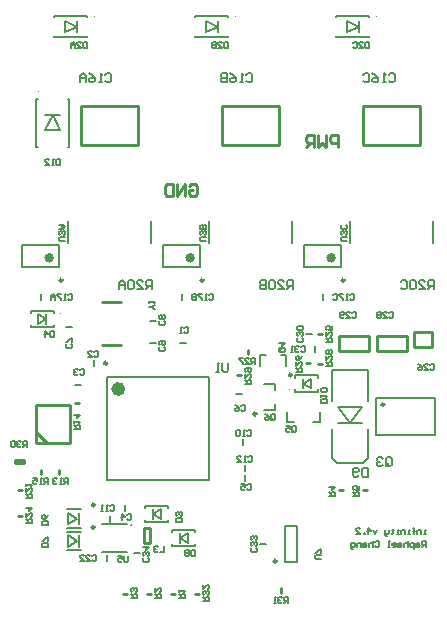
<source format=gbo>
G04 Layer_Color=48896*
%FSAX25Y25*%
%MOIN*%
G70*
G01*
G75*
%ADD40C,0.01000*%
%ADD79C,0.00787*%
%ADD80C,0.00984*%
%ADD81C,0.00500*%
%ADD82C,0.00394*%
%ADD83C,0.00800*%
%ADD142C,0.01575*%
%ADD143C,0.02362*%
D40*
X0572699Y0232500D02*
Y0237500D01*
X0574699Y0232500D02*
Y0237500D01*
X0572699D02*
X0574699D01*
X0572699Y0232500D02*
X0574699D01*
X0589412Y0215500D02*
X0590986D01*
X0538199Y0255213D02*
Y0256787D01*
X0549412Y0279000D02*
X0550986D01*
X0544199Y0255213D02*
Y0256787D01*
X0530412Y0250000D02*
X0531987D01*
X0536727Y0265671D02*
Y0278269D01*
X0547751Y0265671D02*
Y0278269D01*
X0536727D02*
X0547751D01*
X0536727Y0265671D02*
X0547751D01*
X0536727Y0269214D02*
Y0270002D01*
Y0269214D02*
X0540271Y0265671D01*
X0637412Y0250000D02*
X0638986D01*
X0645412D02*
X0646986D01*
X0645699Y0365000D02*
X0664699D01*
X0645699Y0378000D02*
X0664699D01*
X0645699Y0365000D02*
Y0378000D01*
X0664699Y0365000D02*
Y0378000D01*
X0630412Y0291974D02*
X0631987D01*
X0630412Y0301974D02*
X0631987D01*
X0647699Y0296500D02*
Y0301500D01*
X0637699Y0296500D02*
Y0301500D01*
X0647699D01*
X0637699Y0296500D02*
X0647699D01*
X0660199D02*
Y0301500D01*
X0650199Y0296500D02*
Y0301500D01*
X0660199D01*
X0650199Y0296500D02*
X0660199D01*
X0662699Y0297799D02*
X0668699D01*
X0662699Y0302799D02*
X0668699D01*
X0662699Y0297799D02*
Y0302799D01*
X0668699Y0297799D02*
Y0302799D01*
X0626412Y0292272D02*
X0627986D01*
X0603412Y0288500D02*
X0604986D01*
X0607199Y0295213D02*
Y0296787D01*
X0598699Y0365000D02*
X0617699D01*
X0598699Y0378000D02*
X0617699D01*
X0598699Y0365000D02*
Y0378000D01*
X0617699Y0365000D02*
Y0378000D01*
X0551699Y0365000D02*
X0570699D01*
X0551699Y0378000D02*
X0570699D01*
X0551699Y0365000D02*
Y0378000D01*
X0570699Y0365000D02*
Y0378000D01*
X0558649Y0298250D02*
X0564749D01*
X0558649Y0312750D02*
X0564749D01*
X0618199Y0215713D02*
Y0217287D01*
X0530412Y0241500D02*
X0531987D01*
X0532699Y0258984D02*
Y0259984D01*
X0529526Y0258984D02*
Y0259984D01*
X0532699D01*
X0529526Y0258984D02*
X0532699D01*
X0581412Y0215500D02*
X0582986D01*
X0573412D02*
X0574987D01*
X0565412D02*
X0566987D01*
X0587533Y0351332D02*
X0588200Y0351999D01*
X0589533D01*
X0590199Y0351332D01*
Y0348666D01*
X0589533Y0348000D01*
X0588200D01*
X0587533Y0348666D01*
Y0349999D01*
X0588866D01*
X0586200Y0348000D02*
Y0351999D01*
X0583535Y0348000D01*
Y0351999D01*
X0582202D02*
Y0348000D01*
X0580202D01*
X0579536Y0348666D01*
Y0351332D01*
X0580202Y0351999D01*
X0582202D01*
X0637199Y0364500D02*
Y0368499D01*
X0635200D01*
X0634533Y0367832D01*
Y0366499D01*
X0635200Y0365833D01*
X0637199D01*
X0633200Y0368499D02*
Y0364500D01*
X0631868Y0365833D01*
X0630535Y0364500D01*
Y0368499D01*
X0629202Y0364500D02*
Y0368499D01*
X0627202D01*
X0626536Y0367832D01*
Y0366499D01*
X0627202Y0365833D01*
X0629202D01*
X0627869D02*
X0626536Y0364500D01*
D79*
X0568408Y0238331D02*
G03*
X0568408Y0238331I-0000197J0000000D01*
G01*
X0547221Y0332457D02*
Y0339543D01*
X0574780Y0332457D02*
Y0339543D01*
X0635097Y0289961D02*
X0647301D01*
X0645530Y0258858D02*
X0647301Y0260630D01*
X0635097D02*
X0636868Y0258858D01*
X0645530D01*
X0647301Y0279724D02*
Y0289961D01*
X0635097Y0279724D02*
Y0289961D01*
Y0260630D02*
Y0270276D01*
X0647301Y0260630D02*
Y0270276D01*
X0637262Y0277756D02*
X0645136D01*
X0637262D02*
X0641199Y0272244D01*
X0645136Y0277756D01*
X0637262Y0272244D02*
X0645136D01*
X0575518Y0242000D02*
X0578274Y0240425D01*
X0575518Y0242000D02*
X0578274Y0243575D01*
X0575518Y0240425D02*
Y0243575D01*
X0578274Y0240425D02*
Y0243575D01*
X0580439Y0243969D02*
Y0244756D01*
X0572959Y0243969D02*
Y0244756D01*
X0580439Y0239244D02*
Y0240032D01*
X0572959Y0239244D02*
Y0240032D01*
Y0244756D02*
X0580439D01*
X0572959Y0239244D02*
X0580439D01*
X0669542Y0268201D02*
Y0280799D01*
X0649857Y0268201D02*
Y0280799D01*
Y0268201D02*
X0669542D01*
X0649857Y0280799D02*
X0669542D01*
X0612636Y0276669D02*
X0616179D01*
Y0278539D01*
X0612636Y0285331D02*
X0616179D01*
Y0283461D02*
Y0285331D01*
X0611368Y0294980D02*
X0613238D01*
X0611368Y0291437D02*
Y0294980D01*
X0618160D02*
X0620030D01*
Y0291437D02*
Y0294980D01*
X0536699Y0364504D02*
Y0380504D01*
X0547699Y0364504D02*
Y0380504D01*
X0547199D02*
X0547699D01*
X0547199Y0364504D02*
X0547699D01*
X0536699Y0380504D02*
X0537199D01*
X0536699Y0364504D02*
X0537199D01*
X0539699Y0375004D02*
X0544699D01*
X0539699Y0370004D02*
X0542199Y0375004D01*
X0539699Y0370004D02*
X0544699D01*
X0542199Y0375004D02*
X0544699Y0370004D01*
X0640231Y0406468D02*
X0644168Y0404500D01*
X0640231Y0402531D02*
X0644168Y0404500D01*
X0640231Y0402531D02*
Y0406468D01*
X0644168Y0402531D02*
Y0406468D01*
X0636687Y0408043D02*
X0647711D01*
X0636687Y0400957D02*
X0647711D01*
Y0401350D01*
X0636687Y0400957D02*
Y0401350D01*
Y0407650D02*
Y0408043D01*
X0647711Y0407650D02*
Y0408043D01*
X0593231Y0406468D02*
X0597168Y0404500D01*
X0593231Y0402531D02*
X0597168Y0404500D01*
X0593231Y0402531D02*
Y0406468D01*
X0597168Y0402531D02*
Y0406468D01*
X0589687Y0408043D02*
X0600711D01*
X0589687Y0400957D02*
X0600711D01*
Y0401350D01*
X0589687Y0400957D02*
Y0401350D01*
Y0407650D02*
Y0408043D01*
X0600711Y0407650D02*
Y0408043D01*
X0546231Y0406468D02*
X0550168Y0404500D01*
X0546231Y0402531D02*
X0550168Y0404500D01*
X0546231Y0402531D02*
Y0406468D01*
X0550168Y0402531D02*
Y0406468D01*
X0542687Y0408043D02*
X0553711D01*
X0542687Y0400957D02*
X0553711D01*
Y0401350D01*
X0542687Y0400957D02*
Y0401350D01*
Y0407650D02*
Y0408043D01*
X0553711Y0407650D02*
Y0408043D01*
X0578898Y0324260D02*
X0591102D01*
X0578898Y0331740D02*
X0591102D01*
Y0324260D02*
Y0331740D01*
X0578898Y0324260D02*
Y0331740D01*
X0531898Y0324260D02*
X0544102D01*
X0531898Y0331740D02*
X0544102D01*
Y0324260D02*
Y0331740D01*
X0531898Y0324260D02*
Y0331740D01*
X0621779Y0332457D02*
Y0339543D01*
X0594220Y0332457D02*
Y0339543D01*
X0641221Y0332457D02*
Y0339543D01*
X0668780Y0332457D02*
Y0339543D01*
X0625898Y0324260D02*
X0638102D01*
X0625898Y0331740D02*
X0638102D01*
Y0324260D02*
Y0331740D01*
X0625898Y0324260D02*
Y0331740D01*
X0623668Y0226095D02*
Y0237906D01*
X0619731Y0226095D02*
Y0237906D01*
X0623668D01*
X0619731Y0226095D02*
X0623668D01*
X0560073Y0287626D02*
X0594325D01*
X0560073Y0253374D02*
X0594325D01*
X0560073D02*
Y0287626D01*
X0594325Y0253374D02*
Y0287626D01*
X0546837Y0237350D02*
X0551561D01*
X0546837Y0243650D02*
X0551561D01*
X0550774Y0238531D02*
Y0242469D01*
X0547231D02*
X0550380Y0240500D01*
X0547231Y0238531D02*
X0550380Y0240500D01*
X0547231Y0238531D02*
Y0242469D01*
Y0231031D02*
Y0234968D01*
Y0231031D02*
X0550380Y0233000D01*
X0547231Y0234968D02*
X0550380Y0233000D01*
X0550774Y0231031D02*
Y0234968D01*
X0546837Y0236150D02*
X0551561D01*
X0546837Y0229850D02*
X0551561D01*
X0534959Y0309756D02*
X0542439D01*
X0534959Y0304244D02*
X0542439D01*
Y0308968D02*
Y0309756D01*
X0534959Y0308968D02*
Y0309756D01*
X0542439Y0304244D02*
Y0305031D01*
X0534959Y0304244D02*
Y0305031D01*
X0537124Y0305425D02*
Y0308575D01*
X0539880Y0305425D02*
Y0308575D01*
X0537124Y0305425D02*
X0539880Y0307000D01*
X0537124Y0308575D02*
X0539880Y0307000D01*
X0625518Y0285500D02*
X0628274Y0283925D01*
X0625518Y0285500D02*
X0628274Y0287075D01*
X0625518Y0283925D02*
Y0287075D01*
X0628274Y0283925D02*
Y0287075D01*
X0630439Y0287469D02*
Y0288256D01*
X0622959Y0287469D02*
Y0288256D01*
X0630439Y0282744D02*
Y0283531D01*
X0622959Y0282744D02*
Y0283531D01*
Y0288256D02*
X0630439D01*
X0622959Y0282744D02*
X0630439D01*
X0581959Y0231244D02*
X0589439D01*
X0581959Y0236756D02*
X0589439D01*
X0581959Y0231244D02*
Y0232031D01*
X0589439Y0231244D02*
Y0232031D01*
X0581959Y0235968D02*
Y0236756D01*
X0589439Y0235968D02*
Y0236756D01*
X0587274Y0232425D02*
Y0235575D01*
X0584518Y0232425D02*
Y0235575D01*
Y0234000D02*
X0587274Y0235575D01*
X0584518Y0234000D02*
X0587274Y0232425D01*
X0565849Y0229276D02*
X0566833D01*
X0558565D02*
X0565849D01*
X0558565Y0238724D02*
X0559550D01*
X0566833D01*
D80*
X0652691Y0278500D02*
G03*
X0652691Y0278500I-0000492J0000000D01*
G01*
X0610038Y0275390D02*
G03*
X0610038Y0275390I-0000492J0000000D01*
G01*
X0621802Y0288347D02*
G03*
X0621802Y0288347I-0000492J0000000D01*
G01*
X0592382Y0319929D02*
G03*
X0592382Y0319929I-0000492J0000000D01*
G01*
X0545382D02*
G03*
X0545382Y0319929I-0000492J0000000D01*
G01*
X0639382D02*
G03*
X0639382Y0319929I-0000492J0000000D01*
G01*
X0616778Y0226291D02*
G03*
X0616778Y0226291I-0000492J0000000D01*
G01*
X0560270Y0292252D02*
G03*
X0560270Y0292252I-0000492J0000000D01*
G01*
X0556128Y0245067D02*
G03*
X0556128Y0245067I-0000492J0000000D01*
G01*
Y0237567D02*
G03*
X0556128Y0237567I-0000492J0000000D01*
G01*
D81*
X0569199Y0229000D02*
X0571199D01*
X0584699Y0299075D02*
X0586699D01*
X0574699Y0299000D02*
X0576699D01*
X0626699Y0301975D02*
X0628699D01*
X0629699Y0295974D02*
Y0297974D01*
X0605699Y0265000D02*
Y0267000D01*
X0611199Y0232000D02*
X0613199D01*
X0603199Y0282074D02*
X0605199D01*
X0606199Y0253000D02*
Y0255000D01*
X0561200Y0239500D02*
Y0241500D01*
X0549699Y0285075D02*
X0551699D01*
X0556050Y0291500D02*
Y0293500D01*
X0574699Y0306500D02*
X0576699D01*
X0546699Y0304500D02*
X0548699D01*
X0538200Y0313500D02*
Y0315500D01*
X0566199Y0243000D02*
Y0245000D01*
X0606199Y0256500D02*
Y0258500D01*
X0585199Y0313500D02*
Y0315500D01*
X0632199Y0313500D02*
Y0315500D01*
X0560199Y0226500D02*
Y0228500D01*
X0666699Y0235432D02*
X0666033D01*
X0666366D01*
Y0236765D01*
X0666699D01*
X0665033Y0235432D02*
Y0236765D01*
X0664033D01*
X0663700Y0236432D01*
Y0235432D01*
X0662700D02*
Y0237098D01*
Y0236432D01*
X0663034D01*
X0662367D01*
X0662700D01*
Y0237098D01*
X0662367Y0237432D01*
X0661368Y0235432D02*
X0660701D01*
X0661034D01*
Y0236765D01*
X0661368D01*
X0659701Y0235432D02*
Y0236765D01*
X0658702D01*
X0658368Y0236432D01*
Y0235432D01*
X0657702D02*
X0657036D01*
X0657369D01*
Y0236765D01*
X0657702D01*
X0655703Y0237098D02*
Y0236765D01*
X0656036D01*
X0655369D01*
X0655703D01*
Y0235765D01*
X0655369Y0235432D01*
X0654370Y0236765D02*
Y0235765D01*
X0654037Y0235432D01*
X0653037D01*
Y0235099D01*
X0653370Y0234766D01*
X0653703D01*
X0653037Y0235432D02*
Y0236765D01*
X0650371D02*
X0649705Y0235432D01*
X0649038Y0236765D01*
X0647372Y0235432D02*
Y0237432D01*
X0648372Y0236432D01*
X0647039D01*
X0646372Y0235432D02*
Y0235765D01*
X0646039D01*
Y0235432D01*
X0646372D01*
X0643373D02*
X0644706D01*
X0643373Y0236765D01*
Y0237098D01*
X0643707Y0237432D01*
X0644373D01*
X0644706Y0237098D01*
X0666699Y0231166D02*
Y0233166D01*
X0665699D01*
X0665366Y0232833D01*
Y0232166D01*
X0665699Y0231833D01*
X0666699D01*
X0666033D02*
X0665366Y0231166D01*
X0664366Y0232499D02*
X0663700D01*
X0663367Y0232166D01*
Y0231166D01*
X0664366D01*
X0664700Y0231500D01*
X0664366Y0231833D01*
X0663367D01*
X0662700Y0230500D02*
Y0232499D01*
X0661701D01*
X0661368Y0232166D01*
Y0231500D01*
X0661701Y0231166D01*
X0662700D01*
X0660701Y0233166D02*
Y0231166D01*
Y0232166D01*
X0660368Y0232499D01*
X0659701D01*
X0659368Y0232166D01*
Y0231166D01*
X0658368Y0232499D02*
X0657702D01*
X0657369Y0232166D01*
Y0231166D01*
X0658368D01*
X0658702Y0231500D01*
X0658368Y0231833D01*
X0657369D01*
X0655703Y0231166D02*
X0656369D01*
X0656702Y0231500D01*
Y0232166D01*
X0656369Y0232499D01*
X0655703D01*
X0655370Y0232166D01*
Y0231833D01*
X0656702D01*
X0654703Y0231166D02*
X0654037D01*
X0654370D01*
Y0233166D01*
X0654703D01*
X0649705Y0232833D02*
X0650038Y0233166D01*
X0650704D01*
X0651038Y0232833D01*
Y0231500D01*
X0650704Y0231166D01*
X0650038D01*
X0649705Y0231500D01*
X0649038Y0233166D02*
Y0231166D01*
Y0232166D01*
X0648705Y0232499D01*
X0648038D01*
X0647705Y0232166D01*
Y0231166D01*
X0646706Y0232499D02*
X0646039D01*
X0645706Y0232166D01*
Y0231166D01*
X0646706D01*
X0647039Y0231500D01*
X0646706Y0231833D01*
X0645706D01*
X0645040Y0231166D02*
Y0232499D01*
X0644040D01*
X0643707Y0232166D01*
Y0231166D01*
X0642374Y0230500D02*
X0642040D01*
X0641707Y0230833D01*
Y0232499D01*
X0642707D01*
X0643040Y0232166D01*
Y0231500D01*
X0642707Y0231166D01*
X0641707D01*
X0568199Y0214000D02*
X0570198D01*
Y0215000D01*
X0569865Y0215333D01*
X0569199D01*
X0568866Y0215000D01*
Y0214000D01*
Y0214666D02*
X0568199Y0215333D01*
X0569865Y0215999D02*
X0570198Y0216333D01*
Y0216999D01*
X0569865Y0217332D01*
X0569532D01*
X0569199Y0216999D01*
Y0216666D01*
Y0216999D01*
X0568866Y0217332D01*
X0568532D01*
X0568199Y0216999D01*
Y0216333D01*
X0568532Y0215999D01*
X0576199Y0214000D02*
X0578198D01*
Y0215000D01*
X0577865Y0215333D01*
X0577199D01*
X0576866Y0215000D01*
Y0214000D01*
Y0214666D02*
X0576199Y0215333D01*
Y0217332D02*
Y0215999D01*
X0577532Y0217332D01*
X0577865D01*
X0578198Y0216999D01*
Y0216333D01*
X0577865Y0215999D01*
X0584199Y0214000D02*
X0586199D01*
Y0215000D01*
X0585865Y0215333D01*
X0585199D01*
X0584866Y0215000D01*
Y0214000D01*
Y0214666D02*
X0584199Y0215333D01*
Y0215999D02*
Y0216666D01*
Y0216333D01*
X0586199D01*
X0585865Y0215999D01*
X0567199Y0227999D02*
Y0226333D01*
X0566866Y0226000D01*
X0566199D01*
X0565866Y0226333D01*
Y0227999D01*
X0563867D02*
X0565200D01*
Y0227000D01*
X0564533Y0227333D01*
X0564200D01*
X0563867Y0227000D01*
Y0226333D01*
X0564200Y0226000D01*
X0564866D01*
X0565200Y0226333D01*
X0589699Y0229999D02*
Y0228000D01*
X0588699D01*
X0588366Y0228333D01*
Y0229666D01*
X0588699Y0229999D01*
X0589699D01*
X0587700Y0229666D02*
X0587366Y0229999D01*
X0586700D01*
X0586367Y0229666D01*
Y0229333D01*
X0586700Y0229000D01*
X0586367Y0228666D01*
Y0228333D01*
X0586700Y0228000D01*
X0587366D01*
X0587700Y0228333D01*
Y0228666D01*
X0587366Y0229000D01*
X0587700Y0229333D01*
Y0229666D01*
X0587366Y0229000D02*
X0586700D01*
X0555366Y0228166D02*
X0555699Y0228499D01*
X0556366D01*
X0556699Y0228166D01*
Y0226833D01*
X0556366Y0226500D01*
X0555699D01*
X0555366Y0226833D01*
X0553367Y0226500D02*
X0554700D01*
X0553367Y0227833D01*
Y0228166D01*
X0553700Y0228499D01*
X0554366D01*
X0554700Y0228166D01*
X0551368Y0226500D02*
X0552700D01*
X0551368Y0227833D01*
Y0228166D01*
X0551701Y0228499D01*
X0552367D01*
X0552700Y0228166D01*
X0533699Y0264484D02*
Y0266484D01*
X0532699D01*
X0532366Y0266150D01*
Y0265484D01*
X0532699Y0265151D01*
X0533699D01*
X0533033D02*
X0532366Y0264484D01*
X0531700Y0266150D02*
X0531366Y0266484D01*
X0530700D01*
X0530367Y0266150D01*
Y0265817D01*
X0530700Y0265484D01*
X0531033D01*
X0530700D01*
X0530367Y0265151D01*
Y0264818D01*
X0530700Y0264484D01*
X0531366D01*
X0531700Y0264818D01*
X0529700Y0266150D02*
X0529367Y0266484D01*
X0528701D01*
X0528368Y0266150D01*
Y0264818D01*
X0528701Y0264484D01*
X0529367D01*
X0529700Y0264818D01*
Y0266150D01*
X0533199Y0239000D02*
X0535198D01*
Y0240000D01*
X0534865Y0240333D01*
X0534199D01*
X0533866Y0240000D01*
Y0239000D01*
Y0239666D02*
X0533199Y0240333D01*
Y0242332D02*
Y0240999D01*
X0534532Y0242332D01*
X0534865D01*
X0535198Y0241999D01*
Y0241333D01*
X0534865Y0240999D01*
X0533199Y0243998D02*
X0535198D01*
X0534199Y0242999D01*
Y0244332D01*
X0633698Y0279000D02*
X0631699D01*
Y0280000D01*
X0632032Y0280333D01*
X0633365D01*
X0633698Y0280000D01*
Y0279000D01*
X0631699Y0280999D02*
Y0281666D01*
Y0281333D01*
X0633698D01*
X0633365Y0280999D01*
Y0282665D02*
X0633698Y0282999D01*
Y0283665D01*
X0633365Y0283998D01*
X0632032D01*
X0631699Y0283665D01*
Y0282999D01*
X0632032Y0282665D01*
X0633365D01*
X0542699Y0302999D02*
Y0301000D01*
X0541699D01*
X0541366Y0301333D01*
Y0302666D01*
X0541699Y0302999D01*
X0542699D01*
X0539700Y0301000D02*
Y0302999D01*
X0540700Y0302000D01*
X0539367D01*
X0540698Y0231000D02*
X0538699D01*
Y0232000D01*
X0539032Y0232333D01*
X0540365D01*
X0540698Y0232000D01*
Y0231000D01*
Y0232999D02*
Y0234332D01*
X0540365D01*
X0539032Y0232999D01*
X0538699D01*
X0540698Y0238500D02*
X0538699D01*
Y0239500D01*
X0539032Y0239833D01*
X0540365D01*
X0540698Y0239500D01*
Y0238500D01*
Y0241832D02*
X0540365Y0241166D01*
X0539699Y0240499D01*
X0539032D01*
X0538699Y0240833D01*
Y0241499D01*
X0539032Y0241832D01*
X0539365D01*
X0539699Y0241499D01*
Y0240499D01*
X0600699Y0292499D02*
Y0290000D01*
X0600199Y0289500D01*
X0599200D01*
X0598700Y0290000D01*
Y0292499D01*
X0597700Y0289500D02*
X0596700D01*
X0597200D01*
Y0292499D01*
X0597700Y0291999D01*
X0620699Y0212500D02*
Y0214499D01*
X0619699D01*
X0619366Y0214166D01*
Y0213500D01*
X0619699Y0213166D01*
X0620699D01*
X0620033D02*
X0619366Y0212500D01*
X0618700Y0214166D02*
X0618366Y0214499D01*
X0617700D01*
X0617367Y0214166D01*
Y0213833D01*
X0617700Y0213500D01*
X0618033D01*
X0617700D01*
X0617367Y0213166D01*
Y0212833D01*
X0617700Y0212500D01*
X0618366D01*
X0618700Y0212833D01*
X0616700Y0212500D02*
X0616034D01*
X0616367D01*
Y0214499D01*
X0616700Y0214166D01*
X0576198Y0310500D02*
X0575865D01*
X0575199Y0311166D01*
X0575865Y0311833D01*
X0576198D01*
X0575199Y0311166D02*
X0574199D01*
Y0312499D02*
Y0313166D01*
Y0312833D01*
X0576198D01*
X0575865Y0312499D01*
X0631698Y0227000D02*
X0630032D01*
X0629699Y0227333D01*
Y0228000D01*
X0630032Y0228333D01*
X0631698D01*
Y0228999D02*
Y0230332D01*
X0631365D01*
X0630032Y0228999D01*
X0629699D01*
X0640199Y0333000D02*
X0638532D01*
X0638199Y0333333D01*
Y0334000D01*
X0638532Y0334333D01*
X0640199D01*
X0639865Y0334999D02*
X0640199Y0335333D01*
Y0335999D01*
X0639865Y0336332D01*
X0639532D01*
X0639199Y0335999D01*
Y0335666D01*
Y0335999D01*
X0638866Y0336332D01*
X0638532D01*
X0638199Y0335999D01*
Y0335333D01*
X0638532Y0334999D01*
X0639865Y0338332D02*
X0640199Y0337998D01*
Y0337332D01*
X0639865Y0336999D01*
X0638532D01*
X0638199Y0337332D01*
Y0337998D01*
X0638532Y0338332D01*
X0641366Y0315166D02*
X0641699Y0315499D01*
X0642366D01*
X0642699Y0315166D01*
Y0313833D01*
X0642366Y0313500D01*
X0641699D01*
X0641366Y0313833D01*
X0640700Y0313500D02*
X0640033D01*
X0640367D01*
Y0315499D01*
X0640700Y0315166D01*
X0639034Y0315499D02*
X0637701D01*
Y0315166D01*
X0639034Y0313833D01*
Y0313500D01*
X0635701Y0315166D02*
X0636035Y0315499D01*
X0636701D01*
X0637034Y0315166D01*
Y0313833D01*
X0636701Y0313500D01*
X0636035D01*
X0635701Y0313833D01*
X0594366Y0315166D02*
X0594699Y0315499D01*
X0595366D01*
X0595699Y0315166D01*
Y0313833D01*
X0595366Y0313500D01*
X0594699D01*
X0594366Y0313833D01*
X0593700Y0313500D02*
X0593033D01*
X0593366D01*
Y0315499D01*
X0593700Y0315166D01*
X0592034Y0315499D02*
X0590701D01*
Y0315166D01*
X0592034Y0313833D01*
Y0313500D01*
X0590034Y0315499D02*
Y0313500D01*
X0589035D01*
X0588701Y0313833D01*
Y0314166D01*
X0589035Y0314500D01*
X0590034D01*
X0589035D01*
X0588701Y0314833D01*
Y0315166D01*
X0589035Y0315499D01*
X0590034D01*
X0607366Y0261166D02*
X0607699Y0261499D01*
X0608366D01*
X0608699Y0261166D01*
Y0259833D01*
X0608366Y0259500D01*
X0607699D01*
X0607366Y0259833D01*
X0606700Y0259500D02*
X0606033D01*
X0606366D01*
Y0261499D01*
X0606700Y0261166D01*
X0603701Y0259500D02*
X0605034D01*
X0603701Y0260833D01*
Y0261166D01*
X0604034Y0261499D01*
X0604700D01*
X0605034Y0261166D01*
X0561366Y0244666D02*
X0561699Y0244999D01*
X0562366D01*
X0562699Y0244666D01*
Y0243333D01*
X0562366Y0243000D01*
X0561699D01*
X0561366Y0243333D01*
X0560700Y0243000D02*
X0560033D01*
X0560366D01*
Y0244999D01*
X0560700Y0244666D01*
X0559034Y0243000D02*
X0558367D01*
X0558700D01*
Y0244999D01*
X0559034Y0244666D01*
X0669199Y0317000D02*
Y0319999D01*
X0667700D01*
X0667200Y0319499D01*
Y0318499D01*
X0667700Y0318000D01*
X0669199D01*
X0668199D02*
X0667200Y0317000D01*
X0664201D02*
X0666200D01*
X0664201Y0318999D01*
Y0319499D01*
X0664701Y0319999D01*
X0665700D01*
X0666200Y0319499D01*
X0663201D02*
X0662701Y0319999D01*
X0661701D01*
X0661202Y0319499D01*
Y0317500D01*
X0661701Y0317000D01*
X0662701D01*
X0663201Y0317500D01*
Y0319499D01*
X0658203D02*
X0658703Y0319999D01*
X0659702D01*
X0660202Y0319499D01*
Y0317500D01*
X0659702Y0317000D01*
X0658703D01*
X0658203Y0317500D01*
X0622199Y0317000D02*
Y0319999D01*
X0620700D01*
X0620200Y0319499D01*
Y0318499D01*
X0620700Y0318000D01*
X0622199D01*
X0621199D02*
X0620200Y0317000D01*
X0617201D02*
X0619200D01*
X0617201Y0318999D01*
Y0319499D01*
X0617701Y0319999D01*
X0618700D01*
X0619200Y0319499D01*
X0616201D02*
X0615701Y0319999D01*
X0614702D01*
X0614202Y0319499D01*
Y0317500D01*
X0614702Y0317000D01*
X0615701D01*
X0616201Y0317500D01*
Y0319499D01*
X0613202Y0319999D02*
Y0317000D01*
X0611702D01*
X0611203Y0317500D01*
Y0318000D01*
X0611702Y0318499D01*
X0613202D01*
X0611702D01*
X0611203Y0318999D01*
Y0319499D01*
X0611702Y0319999D01*
X0613202D01*
X0547366Y0315166D02*
X0547699Y0315499D01*
X0548366D01*
X0548699Y0315166D01*
Y0313833D01*
X0548366Y0313500D01*
X0547699D01*
X0547366Y0313833D01*
X0546700Y0313500D02*
X0546033D01*
X0546367D01*
Y0315499D01*
X0546700Y0315166D01*
X0545034Y0315499D02*
X0543701D01*
Y0315166D01*
X0545034Y0313833D01*
Y0313500D01*
X0543034D02*
Y0314833D01*
X0542368Y0315499D01*
X0541701Y0314833D01*
Y0313500D01*
Y0314500D01*
X0543034D01*
X0548365Y0298833D02*
X0548699Y0298500D01*
Y0297833D01*
X0548365Y0297500D01*
X0547032D01*
X0546699Y0297833D01*
Y0298500D01*
X0547032Y0298833D01*
X0548699Y0299499D02*
Y0300832D01*
X0548365D01*
X0547032Y0299499D01*
X0546699D01*
X0579365Y0306333D02*
X0579699Y0306000D01*
Y0305333D01*
X0579365Y0305000D01*
X0578032D01*
X0577699Y0305333D01*
Y0306000D01*
X0578032Y0306333D01*
X0579365Y0306999D02*
X0579699Y0307333D01*
Y0307999D01*
X0579365Y0308332D01*
X0579032D01*
X0578699Y0307999D01*
X0578366Y0308332D01*
X0578032D01*
X0577699Y0307999D01*
Y0307333D01*
X0578032Y0306999D01*
X0578366D01*
X0578699Y0307333D01*
X0579032Y0306999D01*
X0579365D01*
X0578699Y0307333D02*
Y0307999D01*
X0555791Y0296166D02*
X0556125Y0296499D01*
X0556791D01*
X0557124Y0296166D01*
Y0294833D01*
X0556791Y0294500D01*
X0556125D01*
X0555791Y0294833D01*
X0553792Y0294500D02*
X0555125D01*
X0553792Y0295833D01*
Y0296166D01*
X0554125Y0296499D01*
X0554792D01*
X0555125Y0296166D01*
X0551366Y0290166D02*
X0551699Y0290499D01*
X0552366D01*
X0552699Y0290166D01*
Y0288833D01*
X0552366Y0288500D01*
X0551699D01*
X0551366Y0288833D01*
X0550700Y0290166D02*
X0550366Y0290499D01*
X0549700D01*
X0549367Y0290166D01*
Y0289833D01*
X0549700Y0289500D01*
X0550033D01*
X0549700D01*
X0549367Y0289166D01*
Y0288833D01*
X0549700Y0288500D01*
X0550366D01*
X0550700Y0288833D01*
X0566866Y0241666D02*
X0567199Y0241999D01*
X0567866D01*
X0568199Y0241666D01*
Y0240333D01*
X0567866Y0240000D01*
X0567199D01*
X0566866Y0240333D01*
X0565200Y0240000D02*
Y0241999D01*
X0566200Y0241000D01*
X0564867D01*
X0606866Y0251666D02*
X0607199Y0251999D01*
X0607866D01*
X0608199Y0251666D01*
Y0250333D01*
X0607866Y0250000D01*
X0607199D01*
X0606866Y0250333D01*
X0604867Y0251999D02*
X0606200D01*
Y0251000D01*
X0605533Y0251333D01*
X0605200D01*
X0604867Y0251000D01*
Y0250333D01*
X0605200Y0250000D01*
X0605866D01*
X0606200Y0250333D01*
X0604866Y0278166D02*
X0605199Y0278499D01*
X0605866D01*
X0606199Y0278166D01*
Y0276833D01*
X0605866Y0276500D01*
X0605199D01*
X0604866Y0276833D01*
X0602867Y0278499D02*
X0603533Y0278166D01*
X0604200Y0277500D01*
Y0276833D01*
X0603866Y0276500D01*
X0603200D01*
X0602867Y0276833D01*
Y0277166D01*
X0603200Y0277500D01*
X0604200D01*
X0559700Y0388499D02*
X0560200Y0388999D01*
X0561199D01*
X0561699Y0388499D01*
Y0386500D01*
X0561199Y0386000D01*
X0560200D01*
X0559700Y0386500D01*
X0558700Y0386000D02*
X0557700D01*
X0558200D01*
Y0388999D01*
X0558700Y0388499D01*
X0554202Y0388999D02*
X0555201Y0388499D01*
X0556201Y0387499D01*
Y0386500D01*
X0555701Y0386000D01*
X0554701D01*
X0554202Y0386500D01*
Y0387000D01*
X0554701Y0387499D01*
X0556201D01*
X0553202Y0386000D02*
Y0387999D01*
X0552202Y0388999D01*
X0551202Y0387999D01*
Y0386000D01*
Y0387499D01*
X0553202D01*
X0606700Y0388499D02*
X0607200Y0388999D01*
X0608199D01*
X0608699Y0388499D01*
Y0386500D01*
X0608199Y0386000D01*
X0607200D01*
X0606700Y0386500D01*
X0605700Y0386000D02*
X0604700D01*
X0605200D01*
Y0388999D01*
X0605700Y0388499D01*
X0601202Y0388999D02*
X0602201Y0388499D01*
X0603201Y0387499D01*
Y0386500D01*
X0602701Y0386000D01*
X0601701D01*
X0601202Y0386500D01*
Y0387000D01*
X0601701Y0387499D01*
X0603201D01*
X0600202Y0388999D02*
Y0386000D01*
X0598702D01*
X0598203Y0386500D01*
Y0387000D01*
X0598702Y0387499D01*
X0600202D01*
X0598702D01*
X0598203Y0387999D01*
Y0388499D01*
X0598702Y0388999D01*
X0600202D01*
X0546199Y0333000D02*
X0544532D01*
X0544199Y0333333D01*
Y0334000D01*
X0544532Y0334333D01*
X0546199D01*
X0545865Y0334999D02*
X0546199Y0335333D01*
Y0335999D01*
X0545865Y0336332D01*
X0545532D01*
X0545199Y0335999D01*
Y0335666D01*
Y0335999D01*
X0544866Y0336332D01*
X0544532D01*
X0544199Y0335999D01*
Y0335333D01*
X0544532Y0334999D01*
X0544199Y0336999D02*
X0545532D01*
X0546199Y0337665D01*
X0545532Y0338332D01*
X0544199D01*
X0545199D01*
Y0336999D01*
X0593198Y0333000D02*
X0591532D01*
X0591199Y0333333D01*
Y0334000D01*
X0591532Y0334333D01*
X0593198D01*
X0592865Y0334999D02*
X0593198Y0335333D01*
Y0335999D01*
X0592865Y0336332D01*
X0592532D01*
X0592199Y0335999D01*
Y0335666D01*
Y0335999D01*
X0591866Y0336332D01*
X0591532D01*
X0591199Y0335999D01*
Y0335333D01*
X0591532Y0334999D01*
X0593198Y0336999D02*
X0591199D01*
Y0337998D01*
X0591532Y0338332D01*
X0591866D01*
X0592199Y0337998D01*
Y0336999D01*
Y0337998D01*
X0592532Y0338332D01*
X0592865D01*
X0593198Y0337998D01*
Y0336999D01*
X0609865Y0230833D02*
X0610198Y0230500D01*
Y0229833D01*
X0609865Y0229500D01*
X0608532D01*
X0608199Y0229833D01*
Y0230500D01*
X0608532Y0230833D01*
X0609865Y0231499D02*
X0610198Y0231833D01*
Y0232499D01*
X0609865Y0232832D01*
X0609532D01*
X0609199Y0232499D01*
Y0232166D01*
Y0232499D01*
X0608866Y0232832D01*
X0608532D01*
X0608199Y0232499D01*
Y0231833D01*
X0608532Y0231499D01*
X0609865Y0233499D02*
X0610198Y0233832D01*
Y0234498D01*
X0609865Y0234832D01*
X0609532D01*
X0609199Y0234498D01*
Y0234165D01*
Y0234498D01*
X0608866Y0234832D01*
X0608532D01*
X0608199Y0234498D01*
Y0233832D01*
X0608532Y0233499D01*
X0553699Y0399499D02*
Y0397500D01*
X0552699D01*
X0552366Y0397833D01*
Y0399166D01*
X0552699Y0399499D01*
X0553699D01*
X0550367Y0397500D02*
X0551700D01*
X0550367Y0398833D01*
Y0399166D01*
X0550700Y0399499D01*
X0551367D01*
X0551700Y0399166D01*
X0549700Y0397500D02*
Y0398833D01*
X0549034Y0399499D01*
X0548368Y0398833D01*
Y0397500D01*
Y0398500D01*
X0549700D01*
X0600699Y0399499D02*
Y0397500D01*
X0599699D01*
X0599366Y0397833D01*
Y0399166D01*
X0599699Y0399499D01*
X0600699D01*
X0597367Y0397500D02*
X0598700D01*
X0597367Y0398833D01*
Y0399166D01*
X0597700Y0399499D01*
X0598366D01*
X0598700Y0399166D01*
X0596700Y0399499D02*
Y0397500D01*
X0595701D01*
X0595367Y0397833D01*
Y0398166D01*
X0595701Y0398500D01*
X0596700D01*
X0595701D01*
X0595367Y0398833D01*
Y0399166D01*
X0595701Y0399499D01*
X0596700D01*
X0647699D02*
Y0397500D01*
X0646699D01*
X0646366Y0397833D01*
Y0399166D01*
X0646699Y0399499D01*
X0647699D01*
X0644367Y0397500D02*
X0645700D01*
X0644367Y0398833D01*
Y0399166D01*
X0644700Y0399499D01*
X0645366D01*
X0645700Y0399166D01*
X0642368D02*
X0642701Y0399499D01*
X0643367D01*
X0643700Y0399166D01*
Y0397833D01*
X0643367Y0397500D01*
X0642701D01*
X0642368Y0397833D01*
X0544699Y0360499D02*
Y0358500D01*
X0543699D01*
X0543366Y0358833D01*
Y0360166D01*
X0543699Y0360499D01*
X0544699D01*
X0542700Y0358500D02*
X0542033D01*
X0542367D01*
Y0360499D01*
X0542700Y0360166D01*
X0539701Y0358500D02*
X0541034D01*
X0539701Y0359833D01*
Y0360166D01*
X0540034Y0360499D01*
X0540700D01*
X0541034Y0360166D01*
X0607065Y0269666D02*
X0607399Y0269999D01*
X0608065D01*
X0608398Y0269666D01*
Y0268333D01*
X0608065Y0268000D01*
X0607399D01*
X0607065Y0268333D01*
X0606399Y0268000D02*
X0605732D01*
X0606066D01*
Y0269999D01*
X0606399Y0269666D01*
X0604733D02*
X0604399Y0269999D01*
X0603733D01*
X0603400Y0269666D01*
Y0268333D01*
X0603733Y0268000D01*
X0604399D01*
X0604733Y0268333D01*
Y0269666D01*
X0618032Y0297333D02*
X0619365D01*
X0619698Y0297000D01*
Y0296333D01*
X0619365Y0296000D01*
X0618032D01*
X0617699Y0296333D01*
Y0297000D01*
X0618366Y0296666D02*
X0617699Y0297333D01*
Y0297000D02*
X0618032Y0297333D01*
X0617699Y0298999D02*
X0619698D01*
X0618699Y0297999D01*
Y0299332D01*
X0614866Y0273833D02*
Y0275166D01*
X0615199Y0275499D01*
X0615866D01*
X0616199Y0275166D01*
Y0273833D01*
X0615866Y0273500D01*
X0615199D01*
X0615533Y0274166D02*
X0614866Y0273500D01*
X0615199D02*
X0614866Y0273833D01*
X0612867Y0275499D02*
X0613533Y0275166D01*
X0614200Y0274500D01*
Y0273833D01*
X0613867Y0273500D01*
X0613200D01*
X0612867Y0273833D01*
Y0274166D01*
X0613200Y0274500D01*
X0614200D01*
X0609699Y0292000D02*
Y0293999D01*
X0608699D01*
X0608366Y0293666D01*
Y0293000D01*
X0608699Y0292666D01*
X0609699D01*
X0609033D02*
X0608366Y0292000D01*
X0606367D02*
X0607700D01*
X0606367Y0293333D01*
Y0293666D01*
X0606700Y0293999D01*
X0607367D01*
X0607700Y0293666D01*
X0605700Y0293999D02*
X0604367D01*
Y0293666D01*
X0605700Y0292333D01*
Y0292000D01*
X0606199Y0285500D02*
X0608198D01*
Y0286500D01*
X0607865Y0286833D01*
X0607199D01*
X0606866Y0286500D01*
Y0285500D01*
Y0286166D02*
X0606199Y0286833D01*
Y0288832D02*
Y0287499D01*
X0607532Y0288832D01*
X0607865D01*
X0608198Y0288499D01*
Y0287833D01*
X0607865Y0287499D01*
X0606532Y0289499D02*
X0606199Y0289832D01*
Y0290498D01*
X0606532Y0290832D01*
X0607865D01*
X0608198Y0290498D01*
Y0289832D01*
X0607865Y0289499D01*
X0607532D01*
X0607199Y0289832D01*
Y0290832D01*
X0623199Y0289500D02*
X0625199D01*
Y0290500D01*
X0624865Y0290833D01*
X0624199D01*
X0623866Y0290500D01*
Y0289500D01*
Y0290166D02*
X0623199Y0290833D01*
Y0292832D02*
Y0291499D01*
X0624532Y0292832D01*
X0624865D01*
X0625199Y0292499D01*
Y0291833D01*
X0624865Y0291499D01*
X0625199Y0294832D02*
X0624865Y0294165D01*
X0624199Y0293499D01*
X0623532D01*
X0623199Y0293832D01*
Y0294498D01*
X0623532Y0294832D01*
X0623866D01*
X0624199Y0294498D01*
Y0293499D01*
X0624866Y0297666D02*
X0625199Y0297999D01*
X0625866D01*
X0626199Y0297666D01*
Y0296333D01*
X0625866Y0296000D01*
X0625199D01*
X0624866Y0296333D01*
X0624200Y0297666D02*
X0623867Y0297999D01*
X0623200D01*
X0622867Y0297666D01*
Y0297333D01*
X0623200Y0297000D01*
X0623533D01*
X0623200D01*
X0622867Y0296666D01*
Y0296333D01*
X0623200Y0296000D01*
X0623867D01*
X0624200Y0296333D01*
X0622200Y0296000D02*
X0621534D01*
X0621867D01*
Y0297999D01*
X0622200Y0297666D01*
X0625365Y0300833D02*
X0625699Y0300500D01*
Y0299833D01*
X0625365Y0299500D01*
X0624032D01*
X0623699Y0299833D01*
Y0300500D01*
X0624032Y0300833D01*
X0625365Y0301499D02*
X0625699Y0301833D01*
Y0302499D01*
X0625365Y0302832D01*
X0625032D01*
X0624699Y0302499D01*
Y0302166D01*
Y0302499D01*
X0624366Y0302832D01*
X0624032D01*
X0623699Y0302499D01*
Y0301833D01*
X0624032Y0301499D01*
X0625365Y0303499D02*
X0625699Y0303832D01*
Y0304498D01*
X0625365Y0304832D01*
X0624032D01*
X0623699Y0304498D01*
Y0303832D01*
X0624032Y0303499D01*
X0625365D01*
X0667866Y0291666D02*
X0668199Y0291999D01*
X0668866D01*
X0669199Y0291666D01*
Y0290333D01*
X0668866Y0290000D01*
X0668199D01*
X0667866Y0290333D01*
X0665867Y0290000D02*
X0667200D01*
X0665867Y0291333D01*
Y0291666D01*
X0666200Y0291999D01*
X0666866D01*
X0667200Y0291666D01*
X0663868Y0291999D02*
X0664534Y0291666D01*
X0665200Y0291000D01*
Y0290333D01*
X0664867Y0290000D01*
X0664201D01*
X0663868Y0290333D01*
Y0290666D01*
X0664201Y0291000D01*
X0665200D01*
X0654366Y0309166D02*
X0654699Y0309499D01*
X0655366D01*
X0655699Y0309166D01*
Y0307833D01*
X0655366Y0307500D01*
X0654699D01*
X0654366Y0307833D01*
X0652367Y0307500D02*
X0653700D01*
X0652367Y0308833D01*
Y0309166D01*
X0652700Y0309499D01*
X0653367D01*
X0653700Y0309166D01*
X0651700D02*
X0651367Y0309499D01*
X0650701D01*
X0650367Y0309166D01*
Y0308833D01*
X0650701Y0308500D01*
X0650367Y0308166D01*
Y0307833D01*
X0650701Y0307500D01*
X0651367D01*
X0651700Y0307833D01*
Y0308166D01*
X0651367Y0308500D01*
X0651700Y0308833D01*
Y0309166D01*
X0651367Y0308500D02*
X0650701D01*
X0641866Y0309166D02*
X0642199Y0309499D01*
X0642866D01*
X0643199Y0309166D01*
Y0307833D01*
X0642866Y0307500D01*
X0642199D01*
X0641866Y0307833D01*
X0639867Y0307500D02*
X0641200D01*
X0639867Y0308833D01*
Y0309166D01*
X0640200Y0309499D01*
X0640867D01*
X0641200Y0309166D01*
X0639200Y0307833D02*
X0638867Y0307500D01*
X0638201D01*
X0637867Y0307833D01*
Y0309166D01*
X0638201Y0309499D01*
X0638867D01*
X0639200Y0309166D01*
Y0308833D01*
X0638867Y0308500D01*
X0637867D01*
X0633199Y0299500D02*
X0635198D01*
Y0300500D01*
X0634865Y0300833D01*
X0634199D01*
X0633866Y0300500D01*
Y0299500D01*
Y0300166D02*
X0633199Y0300833D01*
Y0302832D02*
Y0301499D01*
X0634532Y0302832D01*
X0634865D01*
X0635198Y0302499D01*
Y0301833D01*
X0634865Y0301499D01*
X0635198Y0304832D02*
Y0303499D01*
X0634199D01*
X0634532Y0304165D01*
Y0304498D01*
X0634199Y0304832D01*
X0633532D01*
X0633199Y0304498D01*
Y0303832D01*
X0633532Y0303499D01*
X0633199Y0291500D02*
X0635198D01*
Y0292500D01*
X0634865Y0292833D01*
X0634199D01*
X0633866Y0292500D01*
Y0291500D01*
Y0292166D02*
X0633199Y0292833D01*
Y0294832D02*
Y0293499D01*
X0634532Y0294832D01*
X0634865D01*
X0635198Y0294499D01*
Y0293833D01*
X0634865Y0293499D01*
Y0295499D02*
X0635198Y0295832D01*
Y0296498D01*
X0634865Y0296832D01*
X0634532D01*
X0634199Y0296498D01*
X0633866Y0296832D01*
X0633532D01*
X0633199Y0296498D01*
Y0295832D01*
X0633532Y0295499D01*
X0633866D01*
X0634199Y0295832D01*
X0634532Y0295499D01*
X0634865D01*
X0634199Y0295832D02*
Y0296498D01*
X0653200Y0258500D02*
Y0260499D01*
X0653700Y0260999D01*
X0654699D01*
X0655199Y0260499D01*
Y0258500D01*
X0654699Y0258000D01*
X0653700D01*
X0654199Y0259000D02*
X0653200Y0258000D01*
X0653700D02*
X0653200Y0258500D01*
X0652200Y0260499D02*
X0651700Y0260999D01*
X0650701D01*
X0650201Y0260499D01*
Y0259999D01*
X0650701Y0259500D01*
X0651200D01*
X0650701D01*
X0650201Y0259000D01*
Y0258500D01*
X0650701Y0258000D01*
X0651700D01*
X0652200Y0258500D01*
X0654200Y0388499D02*
X0654700Y0388999D01*
X0655699D01*
X0656199Y0388499D01*
Y0386500D01*
X0655699Y0386000D01*
X0654700D01*
X0654200Y0386500D01*
X0653200Y0386000D02*
X0652200D01*
X0652700D01*
Y0388999D01*
X0653200Y0388499D01*
X0648702Y0388999D02*
X0649701Y0388499D01*
X0650701Y0387499D01*
Y0386500D01*
X0650201Y0386000D01*
X0649201D01*
X0648702Y0386500D01*
Y0387000D01*
X0649201Y0387499D01*
X0650701D01*
X0645703Y0388499D02*
X0646202Y0388999D01*
X0647202D01*
X0647702Y0388499D01*
Y0386500D01*
X0647202Y0386000D01*
X0646202D01*
X0645703Y0386500D01*
X0642199Y0248000D02*
X0644199D01*
Y0249000D01*
X0643865Y0249333D01*
X0643199D01*
X0642866Y0249000D01*
Y0248000D01*
Y0248666D02*
X0642199Y0249333D01*
X0644199Y0251332D02*
Y0249999D01*
X0643199D01*
X0643532Y0250666D01*
Y0250999D01*
X0643199Y0251332D01*
X0642532D01*
X0642199Y0250999D01*
Y0250333D01*
X0642532Y0249999D01*
X0634199Y0248000D02*
X0636199D01*
Y0249000D01*
X0635865Y0249333D01*
X0635199D01*
X0634866Y0249000D01*
Y0248000D01*
Y0248666D02*
X0634199Y0249333D01*
Y0250999D02*
X0636199D01*
X0635199Y0249999D01*
Y0251332D01*
X0533199Y0247500D02*
X0535198D01*
Y0248500D01*
X0534865Y0248833D01*
X0534199D01*
X0533866Y0248500D01*
Y0247500D01*
Y0248166D02*
X0533199Y0248833D01*
Y0250832D02*
Y0249499D01*
X0534532Y0250832D01*
X0534865D01*
X0535198Y0250499D01*
Y0249833D01*
X0534865Y0249499D01*
X0533199Y0251499D02*
Y0252165D01*
Y0251832D01*
X0535198D01*
X0534865Y0251499D01*
X0579365Y0297833D02*
X0579699Y0297500D01*
Y0296833D01*
X0579365Y0296500D01*
X0578032D01*
X0577699Y0296833D01*
Y0297500D01*
X0578032Y0297833D01*
Y0298499D02*
X0577699Y0298833D01*
Y0299499D01*
X0578032Y0299832D01*
X0579365D01*
X0579699Y0299499D01*
Y0298833D01*
X0579365Y0298499D01*
X0579032D01*
X0578699Y0298833D01*
Y0299832D01*
X0585198Y0239500D02*
X0583199D01*
Y0240500D01*
X0583532Y0240833D01*
X0584865D01*
X0585198Y0240500D01*
Y0239500D01*
X0584865Y0241499D02*
X0585198Y0241833D01*
Y0242499D01*
X0584865Y0242832D01*
X0584532D01*
X0584199Y0242499D01*
Y0242166D01*
Y0242499D01*
X0583865Y0242832D01*
X0583532D01*
X0583199Y0242499D01*
Y0241833D01*
X0583532Y0241499D01*
X0647199Y0257499D02*
Y0254500D01*
X0645700D01*
X0645200Y0255000D01*
Y0256999D01*
X0645700Y0257499D01*
X0647199D01*
X0644200Y0255000D02*
X0643700Y0254500D01*
X0642700D01*
X0642201Y0255000D01*
Y0256999D01*
X0642700Y0257499D01*
X0643700D01*
X0644200Y0256999D01*
Y0256499D01*
X0643700Y0255999D01*
X0642201D01*
X0585866Y0304166D02*
X0586199Y0304499D01*
X0586866D01*
X0587199Y0304166D01*
Y0302833D01*
X0586866Y0302500D01*
X0586199D01*
X0585866Y0302833D01*
X0585200Y0302500D02*
X0584533D01*
X0584867D01*
Y0304499D01*
X0585200Y0304166D01*
X0575199Y0317000D02*
Y0319999D01*
X0573700D01*
X0573200Y0319499D01*
Y0318499D01*
X0573700Y0318000D01*
X0575199D01*
X0574199D02*
X0573200Y0317000D01*
X0570201D02*
X0572200D01*
X0570201Y0318999D01*
Y0319499D01*
X0570701Y0319999D01*
X0571700D01*
X0572200Y0319499D01*
X0569201D02*
X0568701Y0319999D01*
X0567701D01*
X0567202Y0319499D01*
Y0317500D01*
X0567701Y0317000D01*
X0568701D01*
X0569201Y0317500D01*
Y0319499D01*
X0566202Y0317000D02*
Y0318999D01*
X0565202Y0319999D01*
X0564203Y0318999D01*
Y0317000D01*
Y0318499D01*
X0566202D01*
X0547199Y0252000D02*
Y0253999D01*
X0546199D01*
X0545866Y0253666D01*
Y0253000D01*
X0546199Y0252666D01*
X0547199D01*
X0546533D02*
X0545866Y0252000D01*
X0545200D02*
X0544533D01*
X0544867D01*
Y0253999D01*
X0545200Y0253666D01*
X0543534D02*
X0543200Y0253999D01*
X0542534D01*
X0542201Y0253666D01*
Y0253333D01*
X0542534Y0253000D01*
X0542867D01*
X0542534D01*
X0542201Y0252666D01*
Y0252333D01*
X0542534Y0252000D01*
X0543200D01*
X0543534Y0252333D01*
X0549199Y0270500D02*
X0551198D01*
Y0271500D01*
X0550865Y0271833D01*
X0550199D01*
X0549866Y0271500D01*
Y0270500D01*
Y0271166D02*
X0549199Y0271833D01*
Y0272499D02*
Y0273166D01*
Y0272833D01*
X0551198D01*
X0550865Y0272499D01*
X0549199Y0275165D02*
X0551198D01*
X0550199Y0274166D01*
Y0275498D01*
X0540699Y0252000D02*
Y0253999D01*
X0539699D01*
X0539366Y0253666D01*
Y0253000D01*
X0539699Y0252666D01*
X0540699D01*
X0540033D02*
X0539366Y0252000D01*
X0538700D02*
X0538033D01*
X0538367D01*
Y0253999D01*
X0538700Y0253666D01*
X0535701Y0253999D02*
X0537034D01*
Y0253000D01*
X0536367Y0253333D01*
X0536034D01*
X0535701Y0253000D01*
Y0252333D01*
X0536034Y0252000D01*
X0536700D01*
X0537034Y0252333D01*
X0621866Y0269833D02*
Y0271166D01*
X0622199Y0271499D01*
X0622866D01*
X0623199Y0271166D01*
Y0269833D01*
X0622866Y0269500D01*
X0622199D01*
X0622533Y0270166D02*
X0621866Y0269500D01*
X0622199D02*
X0621866Y0269833D01*
X0619867Y0271499D02*
X0621200D01*
Y0270500D01*
X0620533Y0270833D01*
X0620200D01*
X0619867Y0270500D01*
Y0269833D01*
X0620200Y0269500D01*
X0620866D01*
X0621200Y0269833D01*
X0592199Y0213000D02*
X0594199D01*
Y0214000D01*
X0593865Y0214333D01*
X0593199D01*
X0592866Y0214000D01*
Y0213000D01*
Y0213666D02*
X0592199Y0214333D01*
X0593865Y0214999D02*
X0594199Y0215333D01*
Y0215999D01*
X0593865Y0216332D01*
X0593532D01*
X0593199Y0215999D01*
Y0215666D01*
Y0215999D01*
X0592866Y0216332D01*
X0592532D01*
X0592199Y0215999D01*
Y0215333D01*
X0592532Y0214999D01*
X0592199Y0218332D02*
Y0216999D01*
X0593532Y0218332D01*
X0593865D01*
X0594199Y0217998D01*
Y0217332D01*
X0593865Y0216999D01*
X0573865Y0227333D02*
X0574198Y0227000D01*
Y0226333D01*
X0573865Y0226000D01*
X0572532D01*
X0572199Y0226333D01*
Y0227000D01*
X0572532Y0227333D01*
X0573865Y0227999D02*
X0574198Y0228333D01*
Y0228999D01*
X0573865Y0229332D01*
X0573532D01*
X0573199Y0228999D01*
Y0228666D01*
Y0228999D01*
X0572866Y0229332D01*
X0572532D01*
X0572199Y0228999D01*
Y0228333D01*
X0572532Y0227999D01*
X0572199Y0230998D02*
X0574198D01*
X0573199Y0229999D01*
Y0231332D01*
X0579199Y0231499D02*
Y0229500D01*
X0577866D01*
X0577200Y0231166D02*
X0576866Y0231499D01*
X0576200D01*
X0575867Y0231166D01*
Y0230833D01*
X0576200Y0230500D01*
X0576533D01*
X0576200D01*
X0575867Y0230166D01*
Y0229833D01*
X0576200Y0229500D01*
X0576866D01*
X0577200Y0229833D01*
D82*
X0570990Y0240032D02*
G03*
X0570990Y0240032I-0000197J0000000D01*
G01*
X0537376Y0382740D02*
G03*
X0537376Y0382740I-0000197J0000000D01*
G01*
X0650073Y0407846D02*
G03*
X0650073Y0407846I-0000197J0000000D01*
G01*
X0603073D02*
G03*
X0603073Y0407846I-0000197J0000000D01*
G01*
X0556073D02*
G03*
X0556073Y0407846I-0000197J0000000D01*
G01*
X0544802Y0308968D02*
G03*
X0544802Y0308968I-0000197J0000000D01*
G01*
X0620990Y0283531D02*
G03*
X0620990Y0283531I-0000197J0000000D01*
G01*
X0579990Y0232031D02*
G03*
X0579990Y0232031I-0000197J0000000D01*
G01*
D83*
X0631299Y0272700D02*
Y0275894D01*
X0628899Y0272700D02*
X0631299D01*
X0620187D02*
Y0275894D01*
Y0272700D02*
X0622549D01*
D142*
X0588740Y0327410D02*
G03*
X0588740Y0327410I-0000787J0000000D01*
G01*
X0541740D02*
G03*
X0541740Y0327410I-0000787J0000000D01*
G01*
X0635740D02*
G03*
X0635740Y0327410I-0000787J0000000D01*
G01*
D143*
X0565191Y0283689D02*
G03*
X0565191Y0283689I-0001181J0000000D01*
G01*
M02*

</source>
